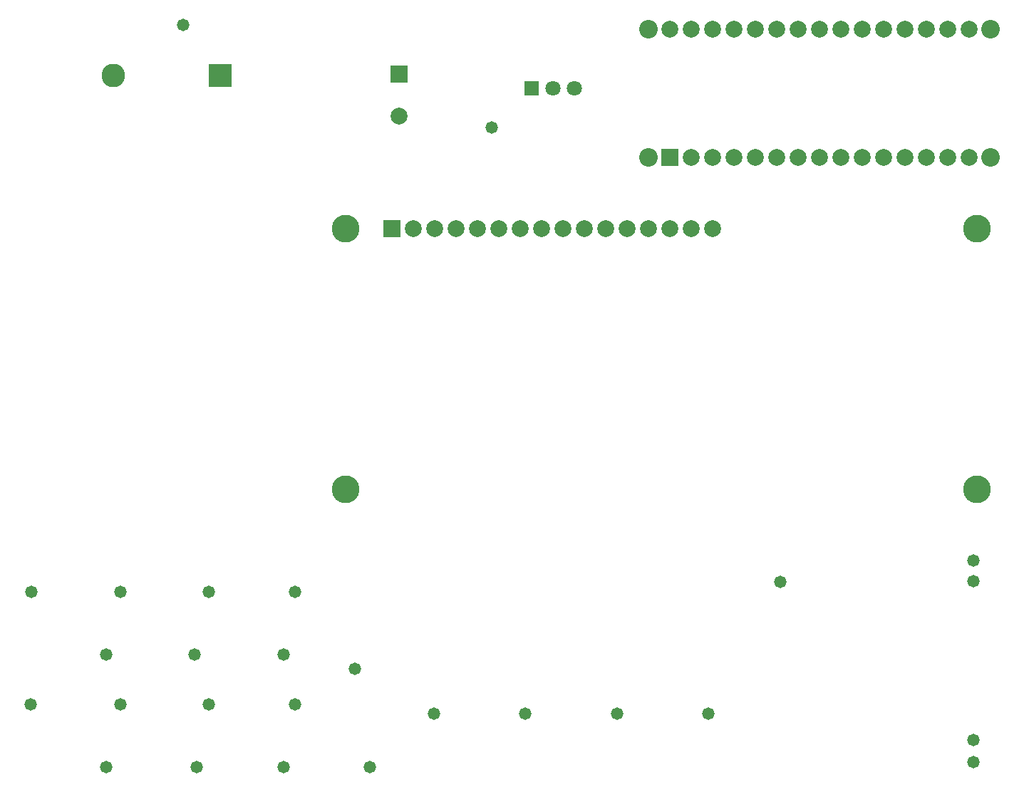
<source format=gbs>
G04*
G04 #@! TF.GenerationSoftware,Altium Limited,Altium Designer,19.1.8 (144)*
G04*
G04 Layer_Color=16711935*
%FSLAX24Y24*%
%MOIN*%
G70*
G01*
G75*
%ADD28C,0.0867*%
%ADD29R,0.0789X0.0789*%
%ADD30C,0.0789*%
%ADD31C,0.1300*%
%ADD32C,0.1104*%
%ADD33R,0.1104X0.1104*%
%ADD34R,0.0710X0.0710*%
%ADD35C,0.0710*%
%ADD36C,0.0580*%
D28*
X29701Y30039D02*
D03*
X45701D02*
D03*
Y36039D02*
D03*
X29701D02*
D03*
D29*
X30701Y30039D02*
D03*
X17693Y26693D02*
D03*
X18032Y33937D02*
D03*
D30*
X31701Y30039D02*
D03*
X32701D02*
D03*
X33701D02*
D03*
X34701D02*
D03*
X35701D02*
D03*
X36701D02*
D03*
X37701D02*
D03*
X38701D02*
D03*
X39701D02*
D03*
X40701D02*
D03*
X41701D02*
D03*
X42701D02*
D03*
X43701D02*
D03*
X44701D02*
D03*
Y36039D02*
D03*
X43701D02*
D03*
X42701D02*
D03*
X41701D02*
D03*
X40701D02*
D03*
X39701D02*
D03*
X38701D02*
D03*
X37701D02*
D03*
X36701D02*
D03*
X35701D02*
D03*
X34701D02*
D03*
X33701D02*
D03*
X32701D02*
D03*
X31701D02*
D03*
X30701D02*
D03*
X32693Y26693D02*
D03*
X31693D02*
D03*
X30693D02*
D03*
X29693D02*
D03*
X28693D02*
D03*
X27693D02*
D03*
X26693D02*
D03*
X25693D02*
D03*
X24693D02*
D03*
X23693D02*
D03*
X22693D02*
D03*
X21693D02*
D03*
X20693D02*
D03*
X19693D02*
D03*
X18693D02*
D03*
X18032Y31969D02*
D03*
D31*
X45055Y14488D02*
D03*
Y26693D02*
D03*
X15528Y14488D02*
D03*
Y26693D02*
D03*
D32*
X4646Y33858D02*
D03*
D33*
X9646D02*
D03*
D34*
X24209Y33268D02*
D03*
D35*
X25209D02*
D03*
X26209D02*
D03*
D36*
X7913Y36220D02*
D03*
X35866Y10157D02*
D03*
X22362Y31417D02*
D03*
X32480Y3976D02*
D03*
X23937D02*
D03*
X827Y9685D02*
D03*
X5000D02*
D03*
X9134D02*
D03*
X4331Y6772D02*
D03*
X8465D02*
D03*
X12638D02*
D03*
X13150Y4409D02*
D03*
X9134D02*
D03*
X5000D02*
D03*
X787D02*
D03*
X4331Y1496D02*
D03*
X8543D02*
D03*
X12638D02*
D03*
X16654D02*
D03*
X44882Y10197D02*
D03*
Y2756D02*
D03*
X19646Y3976D02*
D03*
X28228D02*
D03*
X15965Y6102D02*
D03*
X13150Y9685D02*
D03*
X44882Y11142D02*
D03*
Y1732D02*
D03*
M02*

</source>
